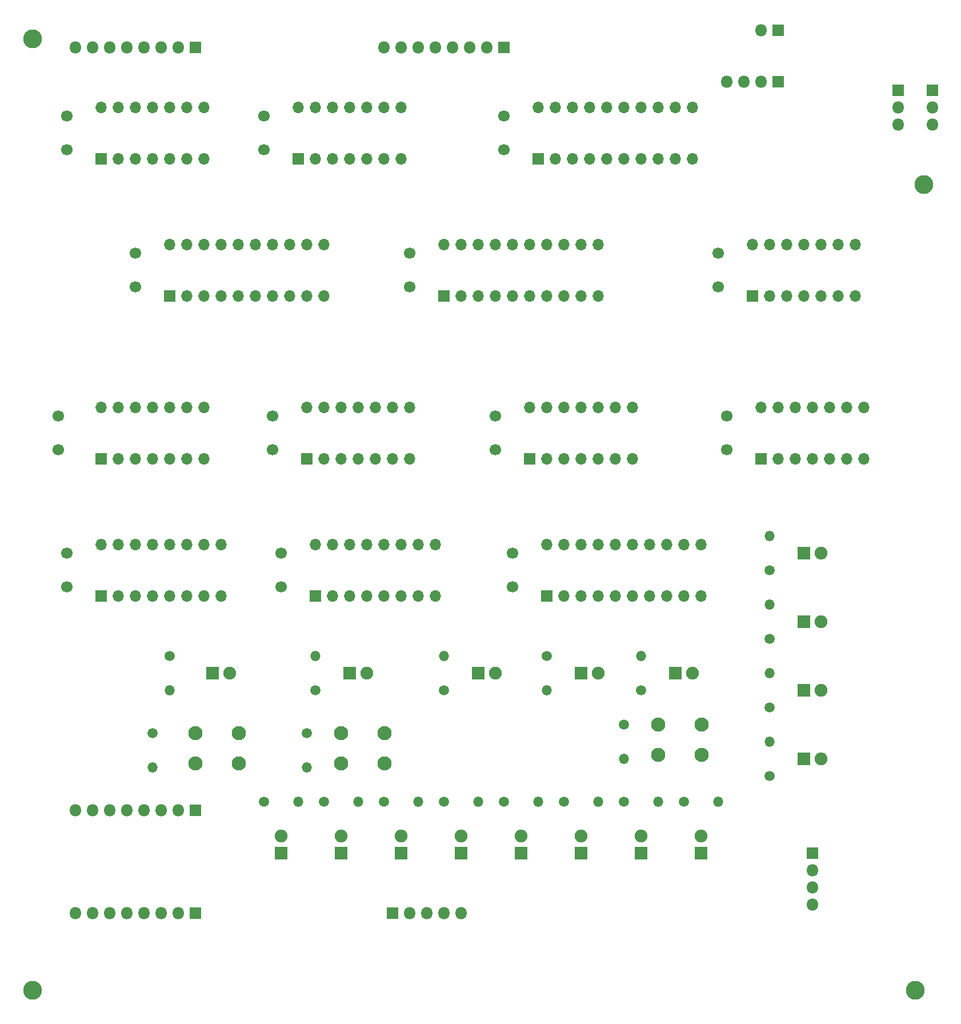
<source format=gbr>
%TF.GenerationSoftware,KiCad,Pcbnew,5.1.6-c6e7f7d~87~ubuntu16.04.1*%
%TF.CreationDate,2022-03-08T12:54:40-05:00*%
%TF.ProjectId,riscyalu,72697363-7961-46c7-952e-6b696361645f,rev?*%
%TF.SameCoordinates,Original*%
%TF.FileFunction,Soldermask,Top*%
%TF.FilePolarity,Negative*%
%FSLAX46Y46*%
G04 Gerber Fmt 4.6, Leading zero omitted, Abs format (unit mm)*
G04 Created by KiCad (PCBNEW 5.1.6-c6e7f7d~87~ubuntu16.04.1) date 2022-03-08 12:54:40*
%MOMM*%
%LPD*%
G01*
G04 APERTURE LIST*
%ADD10O,1.800000X1.800000*%
%ADD11R,1.800000X1.800000*%
%ADD12C,2.800000*%
%ADD13C,2.100000*%
%ADD14O,1.500000X1.500000*%
%ADD15C,1.500000*%
%ADD16C,1.900000*%
%ADD17R,1.900000X1.900000*%
%ADD18O,1.700000X1.700000*%
%ADD19R,1.700000X1.700000*%
%ADD20C,1.700000*%
G04 APERTURE END LIST*
D10*
%TO.C,J10*%
X121920000Y-12700000D03*
D11*
X124460000Y-12700000D03*
%TD*%
D12*
%TO.C,REF3*%
X13970000Y-154940000D03*
%TD*%
%TO.C,REF4*%
X144780000Y-154940000D03*
%TD*%
%TO.C,REF2*%
X146050000Y-35560000D03*
%TD*%
%TO.C,REF1*%
X13970000Y-13970000D03*
%TD*%
D13*
%TO.C,SW3*%
X113180000Y-115570000D03*
X113180000Y-120070000D03*
X106680000Y-115570000D03*
X106680000Y-120070000D03*
%TD*%
%TO.C,SW2*%
X66190000Y-116840000D03*
X66190000Y-121340000D03*
X59690000Y-116840000D03*
X59690000Y-121340000D03*
%TD*%
%TO.C,SW1*%
X44600000Y-116840000D03*
X44600000Y-121340000D03*
X38100000Y-116840000D03*
X38100000Y-121340000D03*
%TD*%
D14*
%TO.C,R21*%
X101600000Y-120650000D03*
D15*
X101600000Y-115570000D03*
%TD*%
D14*
%TO.C,R20*%
X54610000Y-121920000D03*
D15*
X54610000Y-116840000D03*
%TD*%
D14*
%TO.C,R19*%
X31750000Y-121920000D03*
D15*
X31750000Y-116840000D03*
%TD*%
D10*
%TO.C,J9*%
X147320000Y-26670000D03*
X147320000Y-24130000D03*
D11*
X147320000Y-21590000D03*
%TD*%
D14*
%TO.C,R18*%
X53340000Y-127000000D03*
D15*
X48260000Y-127000000D03*
%TD*%
D14*
%TO.C,R17*%
X62230000Y-127000000D03*
D15*
X57150000Y-127000000D03*
%TD*%
D14*
%TO.C,R16*%
X71120000Y-127000000D03*
D15*
X66040000Y-127000000D03*
%TD*%
D14*
%TO.C,R15*%
X80010000Y-127000000D03*
D15*
X74930000Y-127000000D03*
%TD*%
D14*
%TO.C,R14*%
X88900000Y-127000000D03*
D15*
X83820000Y-127000000D03*
%TD*%
D14*
%TO.C,R13*%
X97790000Y-127000000D03*
D15*
X92710000Y-127000000D03*
%TD*%
D14*
%TO.C,R12*%
X106680000Y-127000000D03*
D15*
X101600000Y-127000000D03*
%TD*%
D14*
%TO.C,R11*%
X115570000Y-127000000D03*
D15*
X110490000Y-127000000D03*
%TD*%
D16*
%TO.C,D18*%
X50800000Y-132080000D03*
D17*
X50800000Y-134620000D03*
%TD*%
D16*
%TO.C,D17*%
X59690000Y-132080000D03*
D17*
X59690000Y-134620000D03*
%TD*%
D16*
%TO.C,D16*%
X68580000Y-132080000D03*
D17*
X68580000Y-134620000D03*
%TD*%
D16*
%TO.C,D15*%
X77470000Y-132080000D03*
D17*
X77470000Y-134620000D03*
%TD*%
D16*
%TO.C,D14*%
X86360000Y-132080000D03*
D17*
X86360000Y-134620000D03*
%TD*%
D16*
%TO.C,D13*%
X95250000Y-132080000D03*
D17*
X95250000Y-134620000D03*
%TD*%
D16*
%TO.C,D12*%
X104140000Y-132080000D03*
D17*
X104140000Y-134620000D03*
%TD*%
D16*
%TO.C,D11*%
X113030000Y-132080000D03*
D17*
X113030000Y-134620000D03*
%TD*%
D18*
%TO.C,U13*%
X120650000Y-44450000D03*
X135890000Y-52070000D03*
X123190000Y-44450000D03*
X133350000Y-52070000D03*
X125730000Y-44450000D03*
X130810000Y-52070000D03*
X128270000Y-44450000D03*
X128270000Y-52070000D03*
X130810000Y-44450000D03*
X125730000Y-52070000D03*
X133350000Y-44450000D03*
X123190000Y-52070000D03*
X135890000Y-44450000D03*
D19*
X120650000Y-52070000D03*
%TD*%
D18*
%TO.C,U12*%
X74930000Y-44450000D03*
X97790000Y-52070000D03*
X77470000Y-44450000D03*
X95250000Y-52070000D03*
X80010000Y-44450000D03*
X92710000Y-52070000D03*
X82550000Y-44450000D03*
X90170000Y-52070000D03*
X85090000Y-44450000D03*
X87630000Y-52070000D03*
X87630000Y-44450000D03*
X85090000Y-52070000D03*
X90170000Y-44450000D03*
X82550000Y-52070000D03*
X92710000Y-44450000D03*
X80010000Y-52070000D03*
X95250000Y-44450000D03*
X77470000Y-52070000D03*
X97790000Y-44450000D03*
D19*
X74930000Y-52070000D03*
%TD*%
D18*
%TO.C,U11*%
X54610000Y-68580000D03*
X69850000Y-76200000D03*
X57150000Y-68580000D03*
X67310000Y-76200000D03*
X59690000Y-68580000D03*
X64770000Y-76200000D03*
X62230000Y-68580000D03*
X62230000Y-76200000D03*
X64770000Y-68580000D03*
X59690000Y-76200000D03*
X67310000Y-68580000D03*
X57150000Y-76200000D03*
X69850000Y-68580000D03*
D19*
X54610000Y-76200000D03*
%TD*%
D18*
%TO.C,U10*%
X24130000Y-68580000D03*
X39370000Y-76200000D03*
X26670000Y-68580000D03*
X36830000Y-76200000D03*
X29210000Y-68580000D03*
X34290000Y-76200000D03*
X31750000Y-68580000D03*
X31750000Y-76200000D03*
X34290000Y-68580000D03*
X29210000Y-76200000D03*
X36830000Y-68580000D03*
X26670000Y-76200000D03*
X39370000Y-68580000D03*
D19*
X24130000Y-76200000D03*
%TD*%
D18*
%TO.C,U9*%
X121920000Y-68580000D03*
X137160000Y-76200000D03*
X124460000Y-68580000D03*
X134620000Y-76200000D03*
X127000000Y-68580000D03*
X132080000Y-76200000D03*
X129540000Y-68580000D03*
X129540000Y-76200000D03*
X132080000Y-68580000D03*
X127000000Y-76200000D03*
X134620000Y-68580000D03*
X124460000Y-76200000D03*
X137160000Y-68580000D03*
D19*
X121920000Y-76200000D03*
%TD*%
D18*
%TO.C,U8*%
X87630000Y-68580000D03*
X102870000Y-76200000D03*
X90170000Y-68580000D03*
X100330000Y-76200000D03*
X92710000Y-68580000D03*
X97790000Y-76200000D03*
X95250000Y-68580000D03*
X95250000Y-76200000D03*
X97790000Y-68580000D03*
X92710000Y-76200000D03*
X100330000Y-68580000D03*
X90170000Y-76200000D03*
X102870000Y-68580000D03*
D19*
X87630000Y-76200000D03*
%TD*%
D18*
%TO.C,U7*%
X55880000Y-88900000D03*
X73660000Y-96520000D03*
X58420000Y-88900000D03*
X71120000Y-96520000D03*
X60960000Y-88900000D03*
X68580000Y-96520000D03*
X63500000Y-88900000D03*
X66040000Y-96520000D03*
X66040000Y-88900000D03*
X63500000Y-96520000D03*
X68580000Y-88900000D03*
X60960000Y-96520000D03*
X71120000Y-88900000D03*
X58420000Y-96520000D03*
X73660000Y-88900000D03*
D19*
X55880000Y-96520000D03*
%TD*%
D18*
%TO.C,U6*%
X24130000Y-88900000D03*
X41910000Y-96520000D03*
X26670000Y-88900000D03*
X39370000Y-96520000D03*
X29210000Y-88900000D03*
X36830000Y-96520000D03*
X31750000Y-88900000D03*
X34290000Y-96520000D03*
X34290000Y-88900000D03*
X31750000Y-96520000D03*
X36830000Y-88900000D03*
X29210000Y-96520000D03*
X39370000Y-88900000D03*
X26670000Y-96520000D03*
X41910000Y-88900000D03*
D19*
X24130000Y-96520000D03*
%TD*%
D18*
%TO.C,U5*%
X90170000Y-88900000D03*
X113030000Y-96520000D03*
X92710000Y-88900000D03*
X110490000Y-96520000D03*
X95250000Y-88900000D03*
X107950000Y-96520000D03*
X97790000Y-88900000D03*
X105410000Y-96520000D03*
X100330000Y-88900000D03*
X102870000Y-96520000D03*
X102870000Y-88900000D03*
X100330000Y-96520000D03*
X105410000Y-88900000D03*
X97790000Y-96520000D03*
X107950000Y-88900000D03*
X95250000Y-96520000D03*
X110490000Y-88900000D03*
X92710000Y-96520000D03*
X113030000Y-88900000D03*
D19*
X90170000Y-96520000D03*
%TD*%
D18*
%TO.C,U4*%
X88900000Y-24130000D03*
X111760000Y-31750000D03*
X91440000Y-24130000D03*
X109220000Y-31750000D03*
X93980000Y-24130000D03*
X106680000Y-31750000D03*
X96520000Y-24130000D03*
X104140000Y-31750000D03*
X99060000Y-24130000D03*
X101600000Y-31750000D03*
X101600000Y-24130000D03*
X99060000Y-31750000D03*
X104140000Y-24130000D03*
X96520000Y-31750000D03*
X106680000Y-24130000D03*
X93980000Y-31750000D03*
X109220000Y-24130000D03*
X91440000Y-31750000D03*
X111760000Y-24130000D03*
D19*
X88900000Y-31750000D03*
%TD*%
D18*
%TO.C,U3*%
X34290000Y-44450000D03*
X57150000Y-52070000D03*
X36830000Y-44450000D03*
X54610000Y-52070000D03*
X39370000Y-44450000D03*
X52070000Y-52070000D03*
X41910000Y-44450000D03*
X49530000Y-52070000D03*
X44450000Y-44450000D03*
X46990000Y-52070000D03*
X46990000Y-44450000D03*
X44450000Y-52070000D03*
X49530000Y-44450000D03*
X41910000Y-52070000D03*
X52070000Y-44450000D03*
X39370000Y-52070000D03*
X54610000Y-44450000D03*
X36830000Y-52070000D03*
X57150000Y-44450000D03*
D19*
X34290000Y-52070000D03*
%TD*%
D18*
%TO.C,U2*%
X53340000Y-24130000D03*
X68580000Y-31750000D03*
X55880000Y-24130000D03*
X66040000Y-31750000D03*
X58420000Y-24130000D03*
X63500000Y-31750000D03*
X60960000Y-24130000D03*
X60960000Y-31750000D03*
X63500000Y-24130000D03*
X58420000Y-31750000D03*
X66040000Y-24130000D03*
X55880000Y-31750000D03*
X68580000Y-24130000D03*
D19*
X53340000Y-31750000D03*
%TD*%
D18*
%TO.C,U1*%
X24130000Y-24130000D03*
X39370000Y-31750000D03*
X26670000Y-24130000D03*
X36830000Y-31750000D03*
X29210000Y-24130000D03*
X34290000Y-31750000D03*
X31750000Y-24130000D03*
X31750000Y-31750000D03*
X34290000Y-24130000D03*
X29210000Y-31750000D03*
X36830000Y-24130000D03*
X26670000Y-31750000D03*
X39370000Y-24130000D03*
D19*
X24130000Y-31750000D03*
%TD*%
D14*
%TO.C,R10*%
X123190000Y-118110000D03*
D15*
X123190000Y-123190000D03*
%TD*%
D14*
%TO.C,R9*%
X123190000Y-107950000D03*
D15*
X123190000Y-113030000D03*
%TD*%
D14*
%TO.C,R8*%
X123190000Y-97790000D03*
D15*
X123190000Y-102870000D03*
%TD*%
D14*
%TO.C,R7*%
X123190000Y-87630000D03*
D15*
X123190000Y-92710000D03*
%TD*%
D14*
%TO.C,R5*%
X74930000Y-105410000D03*
D15*
X74930000Y-110490000D03*
%TD*%
D14*
%TO.C,R4*%
X90170000Y-110490000D03*
D15*
X90170000Y-105410000D03*
%TD*%
D14*
%TO.C,R3*%
X104140000Y-105410000D03*
D15*
X104140000Y-110490000D03*
%TD*%
D14*
%TO.C,R2*%
X55880000Y-105410000D03*
D15*
X55880000Y-110490000D03*
%TD*%
D14*
%TO.C,R1*%
X34290000Y-110490000D03*
D15*
X34290000Y-105410000D03*
%TD*%
D10*
%TO.C,J8*%
X129540000Y-142240000D03*
X129540000Y-139700000D03*
X129540000Y-137160000D03*
D11*
X129540000Y-134620000D03*
%TD*%
D10*
%TO.C,J7*%
X77470000Y-143510000D03*
X74930000Y-143510000D03*
X72390000Y-143510000D03*
X69850000Y-143510000D03*
D11*
X67310000Y-143510000D03*
%TD*%
D10*
%TO.C,J6*%
X116840000Y-20320000D03*
X119380000Y-20320000D03*
X121920000Y-20320000D03*
D11*
X124460000Y-20320000D03*
%TD*%
D10*
%TO.C,J5*%
X66040000Y-15240000D03*
X68580000Y-15240000D03*
X71120000Y-15240000D03*
X73660000Y-15240000D03*
X76200000Y-15240000D03*
X78740000Y-15240000D03*
X81280000Y-15240000D03*
D11*
X83820000Y-15240000D03*
%TD*%
D10*
%TO.C,J4*%
X20320000Y-15240000D03*
X22860000Y-15240000D03*
X25400000Y-15240000D03*
X27940000Y-15240000D03*
X30480000Y-15240000D03*
X33020000Y-15240000D03*
X35560000Y-15240000D03*
D11*
X38100000Y-15240000D03*
%TD*%
D10*
%TO.C,J3*%
X20320000Y-143510000D03*
X22860000Y-143510000D03*
X25400000Y-143510000D03*
X27940000Y-143510000D03*
X30480000Y-143510000D03*
X33020000Y-143510000D03*
X35560000Y-143510000D03*
D11*
X38100000Y-143510000D03*
%TD*%
D10*
%TO.C,J2*%
X20320000Y-128270000D03*
X22860000Y-128270000D03*
X25400000Y-128270000D03*
X27940000Y-128270000D03*
X30480000Y-128270000D03*
X33020000Y-128270000D03*
X35560000Y-128270000D03*
D11*
X38100000Y-128270000D03*
%TD*%
D10*
%TO.C,J1*%
X142240000Y-26670000D03*
X142240000Y-24130000D03*
D11*
X142240000Y-21590000D03*
%TD*%
D16*
%TO.C,D10*%
X130810000Y-120650000D03*
D17*
X128270000Y-120650000D03*
%TD*%
D16*
%TO.C,D9*%
X130810000Y-110490000D03*
D17*
X128270000Y-110490000D03*
%TD*%
D16*
%TO.C,D8*%
X130810000Y-100330000D03*
D17*
X128270000Y-100330000D03*
%TD*%
D16*
%TO.C,D7*%
X130810000Y-90170000D03*
D17*
X128270000Y-90170000D03*
%TD*%
D16*
%TO.C,D5*%
X82550000Y-107950000D03*
D17*
X80010000Y-107950000D03*
%TD*%
D16*
%TO.C,D4*%
X97790000Y-107950000D03*
D17*
X95250000Y-107950000D03*
%TD*%
D16*
%TO.C,D3*%
X111760000Y-107950000D03*
D17*
X109220000Y-107950000D03*
%TD*%
D16*
%TO.C,D2*%
X63500000Y-107950000D03*
D17*
X60960000Y-107950000D03*
%TD*%
D16*
%TO.C,D1*%
X43180000Y-107950000D03*
D17*
X40640000Y-107950000D03*
%TD*%
D20*
%TO.C,C13*%
X115570000Y-50720000D03*
X115570000Y-45720000D03*
%TD*%
%TO.C,C12*%
X69850000Y-50720000D03*
X69850000Y-45720000D03*
%TD*%
%TO.C,C11*%
X49530000Y-74850000D03*
X49530000Y-69850000D03*
%TD*%
%TO.C,C10*%
X17780000Y-74850000D03*
X17780000Y-69850000D03*
%TD*%
%TO.C,C9*%
X116840000Y-74850000D03*
X116840000Y-69850000D03*
%TD*%
%TO.C,C8*%
X82550000Y-74850000D03*
X82550000Y-69850000D03*
%TD*%
%TO.C,C7*%
X50800000Y-95170000D03*
X50800000Y-90170000D03*
%TD*%
%TO.C,C6*%
X19050000Y-95170000D03*
X19050000Y-90170000D03*
%TD*%
%TO.C,C5*%
X85090000Y-95170000D03*
X85090000Y-90170000D03*
%TD*%
%TO.C,C4*%
X83820000Y-30400000D03*
X83820000Y-25400000D03*
%TD*%
%TO.C,C3*%
X29210000Y-50720000D03*
X29210000Y-45720000D03*
%TD*%
%TO.C,C2*%
X48260000Y-30400000D03*
X48260000Y-25400000D03*
%TD*%
%TO.C,C1*%
X19050000Y-30400000D03*
X19050000Y-25400000D03*
%TD*%
M02*

</source>
